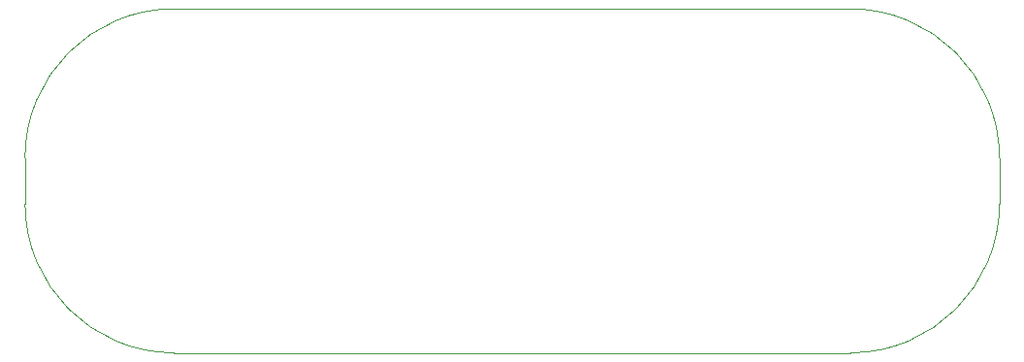
<source format=gbr>
%TF.GenerationSoftware,KiCad,Pcbnew,7.0.10*%
%TF.CreationDate,2024-11-23T20:35:20-08:00*%
%TF.ProjectId,charging-base rev1,63686172-6769-46e6-972d-626173652072,rev?*%
%TF.SameCoordinates,Original*%
%TF.FileFunction,Profile,NP*%
%FSLAX46Y46*%
G04 Gerber Fmt 4.6, Leading zero omitted, Abs format (unit mm)*
G04 Created by KiCad (PCBNEW 7.0.10) date 2024-11-23 20:35:20*
%MOMM*%
%LPD*%
G01*
G04 APERTURE LIST*
%TA.AperFunction,Profile*%
%ADD10C,0.100000*%
%TD*%
G04 APERTURE END LIST*
D10*
X120492388Y-84992388D02*
G75*
G03*
X107492388Y-97992388I1J-13000001D01*
G01*
X192500000Y-98000000D02*
G75*
G03*
X179499999Y-85000000I-13000001J-1D01*
G01*
X107500000Y-102000000D02*
G75*
G03*
X120500001Y-115000000I13000001J1D01*
G01*
X179500000Y-115000000D02*
G75*
G03*
X192500000Y-102000000I-1J13000001D01*
G01*
X192500000Y-102000000D02*
X192500000Y-100000000D01*
X120500001Y-115000000D02*
X179500000Y-115000000D01*
X107500000Y-100000000D02*
X107500000Y-102000000D01*
X107492388Y-97992388D02*
X107500000Y-100000000D01*
X179499999Y-85000000D02*
X120492388Y-84992388D01*
X192500000Y-100000000D02*
X192500000Y-98000000D01*
M02*

</source>
